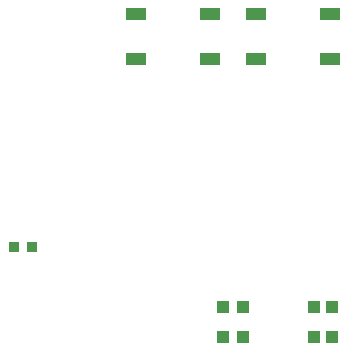
<source format=gbr>
G04 #@! TF.GenerationSoftware,KiCad,Pcbnew,(6.0.5)*
G04 #@! TF.CreationDate,2022-05-09T16:29:05-07:00*
G04 #@! TF.ProjectId,KiCad Project,4b694361-6420-4507-926f-6a6563742e6b,rev?*
G04 #@! TF.SameCoordinates,Original*
G04 #@! TF.FileFunction,Paste,Top*
G04 #@! TF.FilePolarity,Positive*
%FSLAX46Y46*%
G04 Gerber Fmt 4.6, Leading zero omitted, Abs format (unit mm)*
G04 Created by KiCad (PCBNEW (6.0.5)) date 2022-05-09 16:29:05*
%MOMM*%
%LPD*%
G01*
G04 APERTURE LIST*
%ADD10R,0.920000X0.970000*%
%ADD11R,1.040000X1.020000*%
%ADD12R,1.100000X1.000000*%
%ADD13R,1.700000X1.000000*%
G04 APERTURE END LIST*
D10*
G04 #@! TO.C,C1*
X143243000Y-93345000D03*
X144793000Y-93345000D03*
G04 #@! TD*
D11*
G04 #@! TO.C,R1*
X168683000Y-98425000D03*
X170153000Y-98425000D03*
G04 #@! TD*
D12*
G04 #@! TO.C,D2*
X160948000Y-100965000D03*
X162648000Y-100965000D03*
G04 #@! TD*
G04 #@! TO.C,D1*
X160948000Y-98425000D03*
X162648000Y-98425000D03*
G04 #@! TD*
D11*
G04 #@! TO.C,R2*
X168683000Y-100965000D03*
X170153000Y-100965000D03*
G04 #@! TD*
D13*
G04 #@! TO.C,S2*
X159868000Y-77465000D03*
X153568000Y-77465000D03*
X159868000Y-73665000D03*
X153568000Y-73665000D03*
G04 #@! TD*
G04 #@! TO.C,S1*
X170028000Y-77465000D03*
X163728000Y-77465000D03*
X170028000Y-73665000D03*
X163728000Y-73665000D03*
G04 #@! TD*
M02*

</source>
